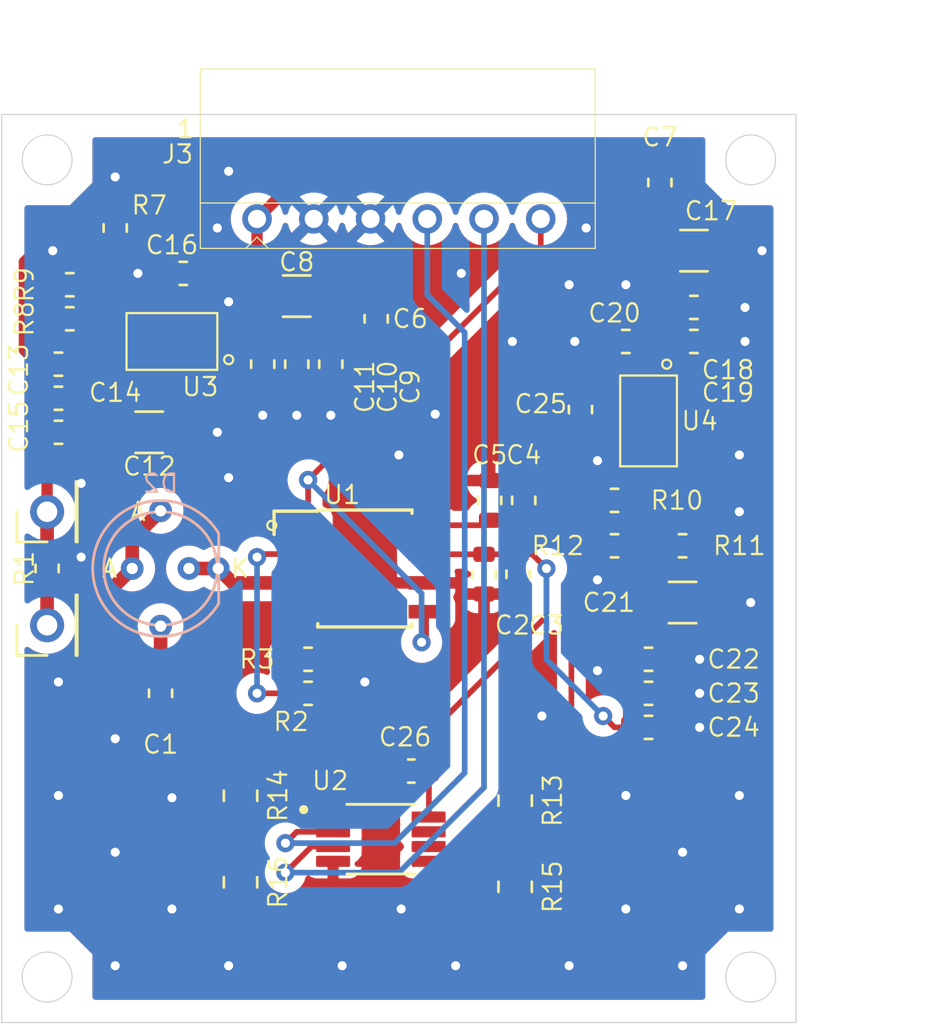
<source format=kicad_pcb>
(kicad_pcb (version 20221018) (generator pcbnew)
  (layers (0 "F.Cu" signal) (31 "B.Cu" signal) (34 "B.Paste" user) (35 "F.Paste" user) (36 "B.SilkS" user "B.Silkscreen") (37 "F.SilkS" user "F.Silkscreen") (38 "B.Mask" user) (39 "F.Mask" user) (44 "Edge.Cuts" user))
  (net 0 "")
  (net 1 "GND")
  (net 2 "CI")
  (net 3 "VIN")
  (net 4 "V_LED")
  (net 5 "5V")
  (net 6 "LED_K")
  (net 7 "EN")
  (net 8 "Net-(D1-PAD)")
  (net 9 "Net-(U3-BYP)")
  (net 10 "Net-(U4-BYP)")
  (net 11 "Net-(D1-A)")
  (net 12 "SDA")
  (net 13 "SCL")
  (net 14 "Net-(U1-AGND1)")
  (net 15 "Net-(U1-AGND2)")
  (net 16 "Net-(U3-ILIM)")
  (net 17 "Net-(U3-VADJ)")
  (net 18 "Net-(U4-ILIM)")
  (net 19 "Net-(U4-VADJ)")
  (net 20 "Net-(U2-HVC{slash}A0)")
  (footprint "Capacitor_SMD:C_0603_1608Metric" (layer "F.Cu") (at 123 117 90)
    (fp_text reference "C4" (at 2 0 180) (layer "F.SilkS") (effects (font (size 0.8 0.8) (thickness 0.1))))
    (fp_text value "1u")
    (pad "1" smd roundrect (at -0.875 0 90) (size 0.67 0.95) (layers "F.Cu" "F.Paste" "F.Mask") (net 2 "CI"))
    (pad "2" smd roundrect (at 0.875 0 90) (size 0.67 0.95) (layers "F.Cu" "F.Paste" "F.Mask") (net 1 "GND"))
  )
  (footprint "Capacitor_SMD:C_0603_1608Metric" (layer "F.Cu") (at 121.5 117 90)
    (fp_text reference "C5" (at 2 0 180) (layer "F.SilkS") (effects (font (size 0.8 0.8) (thickness 0.1))))
    (fp_text value "0.1u")
    (pad "1" smd roundrect (at -0.875 0 90) (size 0.67 0.95) (layers "F.Cu" "F.Paste" "F.Mask") (net 2 "CI"))
    (pad "2" smd roundrect (at 0.875 0 90) (size 0.67 0.95) (layers "F.Cu" "F.Paste" "F.Mask") (net 1 "GND"))
  )
  (footprint "Resistor_SMD:R_0603_1608Metric" (layer "F.Cu") (at 113.5 125.5 180)
    (fp_text reference "R2" (at 0.75 -1.25) (layer "F.SilkS") (effects (font (size 0.8 0.8) (thickness 0.1))))
    (fp_text value "10R")
    (pad "1" smd roundrect (at -0.7875 0 180) (size 0.875 0.95) (layers "F.Cu" "F.Paste" "F.Mask") (net 1 "GND"))
    (pad "2" smd roundrect (at 0.7875 0 180) (size 0.875 0.95) (layers "F.Cu" "F.Paste" "F.Mask") (net 14 "Net-(U1-AGND1)"))
  )
  (footprint "Resistor_SMD:R_0603_1608Metric" (layer "F.Cu") (at 113.5 124 180)
    (fp_text reference "R3" (at 2.25 0) (layer "F.SilkS") (effects (font (size 0.8 0.8) (thickness 0.1))))
    (fp_text value "10R")
    (pad "1" smd roundrect (at -0.7875 0 180) (size 0.875 0.95) (layers "F.Cu" "F.Paste" "F.Mask") (net 1 "GND"))
    (pad "2" smd roundrect (at 0.7875 0 180) (size 0.875 0.95) (layers "F.Cu" "F.Paste" "F.Mask") (net 15 "Net-(U1-AGND2)"))
  )
  (footprint "Package_SOIC:SOIC-8-1EP_3.9x4.9mm_P1.27mm" (layer "F.Cu") (at 116 120)
    (fp_text reference "U1" (at -1 -3.25) (layer "F.SilkS") (effects (font (size 0.8 0.8) (thickness 0.1))))
    (fp_text value "iC_HK_B")
    (pad "1" smd rect (at -2.7 -1.905) (size 1.55 0.6) (layers "F.Cu" "F.Paste" "F.Mask") (net 7 "EN"))
    (pad "2" smd rect (at -2.7 -0.635) (size 1.55 0.6) (layers "F.Cu" "F.Paste" "F.Mask") (net 14 "Net-(U1-AGND1)"))
    (pad "3" smd rect (at -2.7 0.635) (size 1.55 0.6) (layers "F.Cu" "F.Paste" "F.Mask") (net 6 "LED_K"))
    (pad "4" smd rect (at -2.7 1.905) (size 1.55 0.6) (layers "F.Cu" "F.Paste" "F.Mask") (net 15 "Net-(U1-AGND2)"))
    (pad "5" smd rect (at 2.7 1.905) (size 1.55 0.6) (layers "F.Cu" "F.Paste" "F.Mask") (net 7 "EN"))
    (pad "6" smd rect (at 2.7 0.635) (size 1.55 0.6) (layers "F.Cu" "F.Paste" "F.Mask") (net 1 "GND"))
    (pad "7" smd rect (at 2.7 -0.635) (size 1.55 0.6) (layers "F.Cu" "F.Paste" "F.Mask") (net 5 "5V"))
    (pad "8" smd rect (at 2.7 -1.905) (size 1.55 0.6) (layers "F.Cu" "F.Paste" "F.Mask") (net 2 "CI"))
    (pad "9" smd rect (at -0.5875 -0.5875) (size 1.175 1.175) (layers "F.Cu" "F.Paste" "F.Mask") (net 1 "GND"))
    (pad "9" smd rect (at -0.5875 0.5875) (size 1.175 1.175) (layers "F.Cu" "F.Paste" "F.Mask") (net 1 "GND"))
    (pad "9" smd rect (at 0.5875 -0.5875) (size 1.175 1.175) (layers "F.Cu" "F.Paste" "F.Mask") (net 1 "GND"))
    (pad "9" smd rect (at 0.5875 0.5875) (size 1.175 1.175) (layers "F.Cu" "F.Paste" "F.Mask") (net 1 "GND"))
  )
  (footprint "Pin_Headers:Pin_Header_Straight_1x01_Pitch2.54mm" (layer "F.Cu") (at 102 122.5 90)
    (fp_text reference "J2" hide)
    (fp_text value "Conn_01x01")
    (pad "1" thru_hole circle (at 0 0 90) (size 1.5 1.5) (drill 0.9) (layers "*.Cu" "*.Mask") (net 11 "Net-(D1-A)"))
  )
  (footprint "Resistor_SMD:R_0603_1608Metric" (layer "F.Cu") (at 102 120 90)
    (fp_text reference "R1" (at 0 -1 90) (layer "F.SilkS") (effects (font (size 0.8 0.8) (thickness 0.1))))
    (fp_text value "0R")
    (pad "1" smd roundrect (at -0.7875 0 90) (size 0.875 0.95) (layers "F.Cu" "F.Paste" "F.Mask") (net 11 "Net-(D1-A)"))
    (pad "2" smd roundrect (at 0.7875 0 90) (size 0.875 0.95) (layers "F.Cu" "F.Paste" "F.Mask") (net 4 "V_LED"))
  )
  (footprint "Pin_Headers:Pin_Header_Straight_1x01_Pitch2.54mm" (layer "F.Cu") (at 102 117.5 90)
    (fp_text reference "J1" hide)
    (fp_text value "Conn_01x01")
    (pad "1" thru_hole circle (at 0 0 90) (size 1.5 1.5) (drill 0.9) (layers "*.Cu" "*.Mask") (net 4 "V_LED"))
  )
  (footprint "Capacitor_SMD:C_0603_1608Metric" (layer "F.Cu") (at 121.25 120.25 -90)
    (fp_text reference "C2" (at 2.25 -1.25 180) (layer "F.SilkS") (effects (font (size 0.8 0.8) (thickness 0.1))))
    (fp_text value "1u")
    (pad "1" smd roundrect (at -0.875 0 270) (size 0.67 0.95) (layers "F.Cu" "F.Paste" "F.Mask") (net 5 "5V"))
    (pad "2" smd roundrect (at 0.875 0 270) (size 0.67 0.95) (layers "F.Cu" "F.Paste" "F.Mask") (net 1 "GND"))
  )
  (footprint "Capacitor_SMD:C_0603_1608Metric" (layer "F.Cu") (at 122.75 120.25 -90)
    (fp_text reference "C3" (at 2.25 -1.25 180) (layer "F.SilkS") (effects (font (size 0.8 0.8) (thickness 0.1))))
    (fp_text value "0.1u")
    (pad "1" smd roundrect (at -0.875 0 270) (size 0.67 0.95) (layers "F.Cu" "F.Paste" "F.Mask") (net 5 "5V"))
    (pad "2" smd roundrect (at 0.875 0 270) (size 0.67 0.95) (layers "F.Cu" "F.Paste" "F.Mask") (net 1 "GND"))
  )
  (footprint "Capacitor_SMD:C_0603_1608Metric" (layer "F.Cu") (at 107 125.5 90)
    (fp_text reference "C1" (at -2.25 0 180) (layer "F.SilkS") (effects (font (size 0.8 0.8) (thickness 0.1))))
    (fp_text value "C")
    (pad "1" smd roundrect (at -0.875 0 90) (size 0.67 0.95) (layers "F.Cu" "F.Paste" "F.Mask") (net 1 "GND"))
    (pad "2" smd roundrect (at 0.875 0 90) (size 0.67 0.95) (layers "F.Cu" "F.Paste" "F.Mask") (net 8 "Net-(D1-PAD)"))
  )
  (footprint "Wiki:5268-06A" (layer "F.Cu") (at 111.25 104.6)
    (fp_text reference "J3" (at -3.5 -2.85) (layer "F.SilkS") (effects (font (size 0.8 0.8) (thickness 0.1))))
    (fp_text value "Conn_01x06")
    (fp_text user "1" (at -3.6 -3.5 unlocked) (layer "F.SilkS") (effects (font (size 0.8 0.8) (thickness 0.1)) (justify left bottom)))
    (pad "1" thru_hole circle (at 0 0) (size 1.3 1.3) (drill 0.8) (layers "*.Cu" "*.Mask") (net 3 "VIN"))
    (pad "2" thru_hole circle (at 2.5 0) (size 1.3 1.3) (drill 0.8) (layers "*.Cu" "*.Mask") (net 1 "GND"))
    (pad "3" thru_hole circle (at 5 0) (size 1.3 1.3) (drill 0.8) (layers "*.Cu" "*.Mask") (net 1 "GND"))
    (pad "4" thru_hole circle (at 7.5 0) (size 1.3 1.3) (drill 0.8) (layers "*.Cu" "*.Mask") (net 13 "SCL"))
    (pad "5" thru_hole circle (at 10 0) (size 1.3 1.3) (drill 0.8) (layers "*.Cu" "*.Mask") (net 12 "SDA"))
    (pad "6" thru_hole circle (at 12.5 0) (size 1.3 1.3) (drill 0.8) (layers "*.Cu" "*.Mask") (net 7 "EN"))
  )
  (footprint "Capacitor_SMD:C_1206_3216Metric" (layer "F.Cu") (at 113 108)
    (fp_text reference "C8" (at 0 -1.5) (layer "F.SilkS") (effects (font (size 0.8 0.8) (thickness 0.1))))
    (fp_text value "10u")
    (pad "1" smd roundrect (at -1.4 0) (size 1.25 1.75) (layers "F.Cu" "F.Paste" "F.Mask") (roundrect_rratio 0.2) (net 3 "VIN"))
    (pad "2" smd roundrect (at 1.4 0) (size 1.25 1.75) (layers "F.Cu" "F.Paste" "F.Mask") (roundrect_rratio 0.2) (net 1 "GND"))
  )
  (footprint "Capacitor_SMD:C_0603_1608Metric" (layer "F.Cu") (at 113 111 -90)
    (fp_text reference "C10" (at 1 -4 90) (layer "F.SilkS") (effects (font (size 0.8 0.8) (thickness 0.1))))
    (fp_text value "0.1u")
    (pad "1" smd roundrect (at -0.875 0 270) (size 0.67 0.95) (layers "F.Cu" "F.Paste" "F.Mask") (net 3 "VIN"))
    (pad "2" smd roundrect (at 0.875 0 270) (size 0.67 0.95) (layers "F.Cu" "F.Paste" "F.Mask") (net 1 "GND"))
  )
  (footprint "Capacitor_SMD:C_0603_1608Metric" (layer "F.Cu") (at 111.5 111 -90)
    (fp_text reference "C11" (at 1 -4.5 90) (layer "F.SilkS") (effects (font (size 0.8 0.8) (thickness 0.1))))
    (fp_text value "0.1u")
    (pad "1" smd roundrect (at -0.875 0 270) (size 0.67 0.95) (layers "F.Cu" "F.Paste" "F.Mask") (net 3 "VIN"))
    (pad "2" smd roundrect (at 0.875 0 270) (size 0.67 0.95) (layers "F.Cu" "F.Paste" "F.Mask") (net 1 "GND"))
  )
  (footprint "Capacitor_SMD:C_0603_1608Metric" (layer "F.Cu") (at 102.5 111 180)
    (fp_text reference "C13" (at 1.75 -0.25 90) (layer "F.SilkS") (effects (font (size 0.8 0.8) (thickness 0.1))))
    (fp_text value "1u")
    (pad "1" smd roundrect (at -0.875 0 180) (size 0.67 0.95) (layers "F.Cu" "F.Paste" "F.Mask") (net 4 "V_LED"))
    (pad "2" smd roundrect (at 0.875 0 180) (size 0.67 0.95) (layers "F.Cu" "F.Paste" "F.Mask") (net 1 "GND"))
  )
  (footprint "Capacitor_SMD:C_0603_1608Metric" (layer "F.Cu") (at 102.5 112.5 180)
    (fp_text reference "C14" (at -2.5 0.25) (layer "F.SilkS") (effects (font (size 0.8 0.8) (thickness 0.1))))
    (fp_text value "0.1u")
    (pad "1" smd roundrect (at -0.875 0 180) (size 0.67 0.95) (layers "F.Cu" "F.Paste" "F.Mask") (net 4 "V_LED"))
    (pad "2" smd roundrect (at 0.875 0 180) (size 0.67 0.95) (layers "F.Cu" "F.Paste" "F.Mask") (net 1 "GND"))
  )
  (footprint "Capacitor_SMD:C_0603_1608Metric" (layer "F.Cu") (at 102.5 114 180)
    (fp_text reference "C15" (at 1.75 0.25 270) (layer "F.SilkS") (effects (font (size 0.8 0.8) (thickness 0.1))))
    (fp_text value "0.1u")
    (pad "1" smd roundrect (at -0.875 0 180) (size 0.67 0.95) (layers "F.Cu" "F.Paste" "F.Mask") (net 4 "V_LED"))
    (pad "2" smd roundrect (at 0.875 0 180) (size 0.67 0.95) (layers "F.Cu" "F.Paste" "F.Mask") (net 1 "GND"))
  )
  (footprint "Capacitor_SMD:C_1206_3216Metric" (layer "F.Cu") (at 130.5 106)
    (fp_text reference "C17" (at 0.75 -1.75) (layer "F.SilkS") (effects (font (size 0.8 0.8) (thickness 0.1))))
    (fp_text value "10u")
    (pad "1" smd roundrect (at -1.4 0) (size 1.25 1.75) (layers "F.Cu" "F.Paste" "F.Mask") (roundrect_rratio 0.2) (net 3 "VIN"))
    (pad "2" smd roundrect (at 1.4 0) (size 1.25 1.75) (layers "F.Cu" "F.Paste" "F.Mask") (roundrect_rratio 0.2) (net 1 "GND"))
  )
  (footprint "Capacitor_SMD:C_0603_1608Metric" (layer "F.Cu") (at 127.5 110 180)
    (fp_text reference "C20" (at 0.5 1.25) (layer "F.SilkS") (effects (font (size 0.8 0.8) (thickness 0.1))))
    (fp_text value "0.1u")
    (pad "1" smd roundrect (at -0.875 0 180) (size 0.67 0.95) (layers "F.Cu" "F.Paste" "F.Mask") (net 3 "VIN"))
    (pad "2" smd roundrect (at 0.875 0 180) (size 0.67 0.95) (layers "F.Cu" "F.Paste" "F.Mask") (net 1 "GND"))
  )
  (footprint "Capacitor_SMD:C_1206_3216Metric" (layer "F.Cu") (at 130 121.5)
    (fp_text reference "C21" (at -3.25 0) (layer "F.SilkS") (effects (font (size 0.8 0.8) (thickness 0.1))))
    (fp_text value "10u")
    (pad "1" smd roundrect (at -1.4 0) (size 1.25 1.75) (layers "F.Cu" "F.Paste" "F.Mask") (roundrect_rratio 0.2) (net 5 "5V"))
    (pad "2" smd roundrect (at 1.4 0) (size 1.25 1.75) (layers "F.Cu" "F.Paste" "F.Mask") (roundrect_rratio 0.2) (net 1 "GND"))
  )
  (footprint "Capacitor_SMD:C_0603_1608Metric" (layer "F.Cu") (at 128.5 124)
    (fp_text reference "C22" (at 3.75 0) (layer "F.SilkS") (effects (font (size 0.8 0.8) (thickness 0.1))))
    (fp_text value "1u")
    (pad "1" smd roundrect (at -0.875 0) (size 0.67 0.95) (layers "F.Cu" "F.Paste" "F.Mask") (net 5 "5V"))
    (pad "2" smd roundrect (at 0.875 0) (size 0.67 0.95) (layers "F.Cu" "F.Paste" "F.Mask") (net 1 "GND"))
  )
  (footprint "Capacitor_SMD:C_0603_1608Metric" (layer "F.Cu") (at 128.5 125.5)
    (fp_text reference "C23" (at 3.75 0) (layer "F.SilkS") (effects (font (size 0.8 0.8) (thickness 0.1))))
    (fp_text value "0.1u")
    (pad "1" smd roundrect (at -0.875 0) (size 0.67 0.95) (layers "F.Cu" "F.Paste" "F.Mask") (net 5 "5V"))
    (pad "2" smd roundrect (at 0.875 0) (size 0.67 0.95) (layers "F.Cu" "F.Paste" "F.Mask") (net 1 "GND"))
  )
  (footprint "Capacitor_SMD:C_0603_1608Metric" (layer "F.Cu") (at 125.5 113 -90)
    (fp_text reference "C25" (at -0.25 1.75 180) (layer "F.SilkS") (effects (font (size 0.8 0.8) (thickness 0.1))))
    (fp_text value "100n")
    (pad "1" smd roundrect (at -0.875 0 270) (size 0.67 0.95) (layers "F.Cu" "F.Paste" "F.Mask") (net 10 "Net-(U4-BYP)"))
    (pad "2" smd roundrect (at 0.875 0 270) (size 0.67 0.95) (layers "F.Cu" "F.Paste" "F.Mask") (net 1 "GND"))
  )
  (footprint "Resistor_SMD:R_0603_1608Metric" (layer "F.Cu") (at 127 117)
    (fp_text reference "R10" (at 2.75 0) (layer "F.SilkS") (effects (font (size 0.8 0.8) (thickness 0.1))))
    (fp_text value "200K")
    (pad "1" smd roundrect (at -0.7875 0) (size 0.875 0.95) (layers "F.Cu" "F.Paste" "F.Mask") (net 1 "GND"))
    (pad "2" smd roundrect (at 0.7875 0) (size 0.875 0.95) (layers "F.Cu" "F.Paste" "F.Mask") (net 18 "Net-(U4-ILIM)"))
  )
  (footprint "Wiki:TDFN-8(ON semi)" (layer "F.Cu") (at 128.5 113.5 -90)
    (fp_text reference "U4" (at 0 -2.25 180) (layer "F.SilkS") (effects (font (size 0.8 0.8) (thickness 0.1))))
    (fp_text value "CAT6201")
    (pad "1" smd rect (at -1.36 -0.78 270) (size 0.68 0.3) (layers "F.Cu" "F.Paste" "F.Mask") (net 3 "VIN"))
    (pad "2" smd rect (at -1.36 -0.28 270) (size 0.68 0.3) (layers "F.Cu" "F.Paste" "F.Mask"))
    (pad "3" smd rect (at -1.36 0.22 270) (size 0.68 0.3) (layers "F.Cu" "F.Paste" "F.Mask") (net 3 "VIN"))
    (pad "4" smd rect (at -1.36 0.72 270) (size 0.68 0.3) (layers "F.Cu" "F.Paste" "F.Mask") (net 10 "Net-(U4-BYP)"))
    (pad "5" smd rect (at 1.36 0.72 270) (size 0.68 0.3) (layers "F.Cu" "F.Paste" "F.Mask") (net 1 "GND"))
    (pad "6" smd rect (at 1.36 0.22 270) (size 0.68 0.3) (layers "F.Cu" "F.Paste" "F.Mask") (net 18 "Net-(U4-ILIM)"))
    (pad "7" smd rect (at 1.36 -0.28 270) (size 0.68 0.3) (layers "F.Cu" "F.Paste" "F.Mask") (net 19 "Net-(U4-VADJ)"))
    (pad "8" smd rect (at 1.36 -0.78 270) (size 0.68 0.3) (layers "F.Cu" "F.Paste" "F.Mask") (net 5 "5V"))
    (pad "9" smd rect (at 0 0 270) (size 1.45 1.56) (layers "F.Cu" "F.Paste" "F.Mask") (net 1 "GND"))
  )
  (footprint "Capacitor_SMD:C_0603_1608Metric" (layer "F.Cu") (at 116.5 109 -90)
    (fp_text reference "C6" (at 0 -1.5 180) (layer "F.SilkS") (effects (font (size 0.8 0.8) (thickness 0.1))))
    (fp_text value "1u")
    (pad "1" smd roundrect (at -0.875 0 270) (size 0.67 0.95) (layers "F.Cu" "F.Paste" "F.Mask") (net 1 "GND"))
    (pad "2" smd roundrect (at 0.875 0 270) (size 0.67 0.95) (layers "F.Cu" "F.Paste" "F.Mask") (net 3 "VIN"))
  )
  (footprint "Capacitor_SMD:C_0603_1608Metric" (layer "F.Cu") (at 129 103 -90)
    (fp_text reference "C7" (at -2 0 180) (layer "F.SilkS") (effects (font (size 0.8 0.8) (thickness 0.1))))
    (fp_text value "0.1u")
    (pad "1" smd roundrect (at -0.875 0 270) (size 0.67 0.95) (layers "F.Cu" "F.Paste" "F.Mask") (net 1 "GND"))
    (pad "2" smd roundrect (at 0.875 0 270) (size 0.67 0.95) (layers "F.Cu" "F.Paste" "F.Mask") (net 3 "VIN"))
  )
  (footprint "Capacitor_SMD:C_0603_1608Metric" (layer "F.Cu") (at 114.5 111 -90)
    (fp_text reference "C9" (at 1 -3.5 90) (layer "F.SilkS") (effects (font (size 0.8 0.8) (thickness 0.1))))
    (fp_text value "1u")
    (pad "1" smd roundrect (at -0.875 0 270) (size 0.67 0.95) (layers "F.Cu" "F.Paste" "F.Mask") (net 3 "VIN"))
    (pad "2" smd roundrect (at 0.875 0 270) (size 0.67 0.95) (layers "F.Cu" "F.Paste" "F.Mask") (net 1 "GND"))
  )
  (footprint "Capacitor_SMD:C_0603_1608Metric" (layer "F.Cu") (at 130.5 108.5)
    (fp_text reference "C18" (at 1.5 2.75) (layer "F.SilkS") (effects (font (size 0.8 0.8) (thickness 0.1))))
    (fp_text value "1u")
    (pad "1" smd roundrect (at -0.875 0) (size 0.67 0.95) (layers "F.Cu" "F.Paste" "F.Mask") (net 3 "VIN"))
    (pad "2" smd roundrect (at 0.875 0) (size 0.67 0.95) (layers "F.Cu" "F.Paste" "F.Mask") (net 1 "GND"))
  )
  (footprint "Capacitor_SMD:C_0603_1608Metric" (layer "F.Cu") (at 128.5 127)
    (fp_text reference "C24" (at 3.75 0) (layer "F.SilkS") (effects (font (size 0.8 0.8) (thickness 0.1))))
    (fp_text value "0.1u")
    (pad "1" smd roundrect (at -0.875 0) (size 0.67 0.95) (layers "F.Cu" "F.Paste" "F.Mask") (net 5 "5V"))
    (pad "2" smd roundrect (at 0.875 0) (size 0.67 0.95) (layers "F.Cu" "F.Paste" "F.Mask") (net 1 "GND"))
  )
  (footprint "Resistor_SMD:R_0603_1608Metric" (layer "F.Cu") (at 127 119)
    (fp_text reference "R12" (at -2.5 0) (layer "F.SilkS") (effects (font (size 0.8 0.8) (thickness 0.1))))
    (fp_text value "1.2K")
    (pad "1" smd roundrect (at -0.7875 0) (size 0.875 0.95) (layers "F.Cu" "F.Paste" "F.Mask") (net 1 "GND"))
    (pad "2" smd roundrect (at 0.7875 0) (size 0.875 0.95) (layers "F.Cu" "F.Paste" "F.Mask") (net 19 "Net-(U4-VADJ)"))
  )
  (footprint "Resistor_SMD:R_0603_1608Metric" (layer "F.Cu") (at 130 119)
    (fp_text reference "R11" (at 2.5 0) (layer "F.SilkS") (effects (font (size 0.8 0.8) (thickness 0.1))))
    (fp_text value "3.6K")
    (pad "1" smd roundrect (at -0.7875 0) (size 0.875 0.95) (layers "F.Cu" "F.Paste" "F.Mask") (net 19 "Net-(U4-VADJ)"))
    (pad "2" smd roundrect (at 0.7875 0) (size 0.875 0.95) (layers "F.Cu" "F.Paste" "F.Mask") (net 5 "5V"))
  )
  (footprint "Capacitor_SMD:C_0603_1608Metric" (layer "F.Cu") (at 130.5 110)
    (fp_text reference "C19" (at 1.5 2.25) (layer "F.SilkS") (effects (font (size 0.8 0.8) (thickness 0.1))))
    (fp_text value "0.1u")
    (pad "1" smd roundrect (at -0.875 0) (size 0.67 0.95) (layers "F.Cu" "F.Paste" "F.Mask") (net 3 "VIN"))
    (pad "2" smd roundrect (at 0.875 0) (size 0.67 0.95) (layers "F.Cu" "F.Paste" "F.Mask") (net 1 "GND"))
  )
  (footprint "Resistor_SMD:R_0603_1608Metric" (layer "F.Cu") (at 105 105 -90)
    (fp_text reference "R7" (at -1 -1.5 180) (layer "F.SilkS") (effects (font (size 0.8 0.8) (thickness 0.1))))
    (fp_text value "200K")
    (pad "1" smd roundrect (at -0.7875 0 270) (size 0.875 0.95) (layers "F.Cu" "F.Paste" "F.Mask") (net 1 "GND"))
    (pad "2" smd roundrect (at 0.7875 0 270) (size 0.875 0.95) (layers "F.Cu" "F.Paste" "F.Mask") (net 16 "Net-(U3-ILIM)"))
  )
  (footprint "Resistor_SMD:R_0603_1608Metric" (layer "F.Cu") (at 103 109 180)
    (fp_text reference "R8" (at 2 0 90) (layer "F.SilkS") (effects (font (size 0.8 0.8) (thickness 0.1))))
    (fp_text value "10K")
    (pad "1" smd roundrect (at -0.7875 0 180) (size 0.875 0.95) (layers "F.Cu" "F.Paste" "F.Mask") (net 17 "Net-(U3-VADJ)"))
    (pad "2" smd roundrect (at 0.7875 0 180) (size 0.875 0.95) (layers "F.Cu" "F.Paste" "F.Mask") (net 4 "V_LED"))
  )
  (footprint "Wiki:TDFN-8(ON semi)" (layer "F.Cu") (at 107.5 110 180)
    (fp_text reference "U3" (at -1.25 -2) (layer "F.SilkS") (effects (font (size 0.8 0.8) (thickness 0.1))))
    (fp_text value "CAT6201")
    (pad "1" smd rect (at -1.36 -0.78 180) (size 0.68 0.3) (layers "F.Cu" "F.Paste" "F.Mask") (net 3 "VIN"))
    (pad "2" smd rect (at -1.36 -0.28 180) (size 0.68 0.3) (layers "F.Cu" "F.Paste" "F.Mask"))
    (pad "3" smd rect (at -1.36 0.22 180) (size 0.68 0.3) (layers "F.Cu" "F.Paste" "F.Mask") (net 3 "VIN"))
    (pad "4" smd rect (at -1.36 0.72 180) (size 0.68 0.3) (layers "F.Cu" "F.Paste" "F.Mask") (net 9 "Net-(U3-BYP)"))
    (pad "5" smd rect (at 1.36 0.72 180) (size 0.68 0.3) (layers "F.Cu" "F.Paste" "F.Mask") (net 1 "GND"))
    (pad "6" smd rect (at 1.36 0.22 180) (size 0.68 0.3) (layers "F.Cu" "F.Paste" "F.Mask") (net 16 "Net-(U3-ILIM)"))
    (pad "7" smd rect (at 1.36 -0.28 180) (size 0.68 0.3) (layers "F.Cu" "F.Paste" "F.Mask") (net 17 "Net-(U3-VADJ)"))
    (pad "8" smd rect (at 1.36 -0.78 180) (size 0.68 0.3) (layers "F.Cu" "F.Paste" "F.Mask") (net 4 "V_LED"))
    (pad "9" smd rect (at 0 0 180) (size 1.45 1.56) (layers "F.Cu" "F.Paste" "F.Mask") (net 1 "GND"))
  )
  (footprint "Resistor_SMD:R_0603_1608Metric" (layer "F.Cu") (at 103 107.5)
    (fp_text reference "R9" (at -2 0 90) (layer "F.SilkS") (effects (font (size 0.8 0.8) (thickness 0.1))))
    (fp_text value "1.3K")
    (pad "1" smd roundrect (at -0.7875 0) (size 0.875 0.95) (layers "F.Cu" "F.Paste" "F.Mask") (net 1 "GND"))
    (pad "2" smd roundrect (at 0.7875 0) (size 0.875 0.95) (layers "F.Cu" "F.Paste" "F.Mask") (net 17 "Net-(U3-VADJ)"))
  )
  (footprint "Capacitor_SMD:C_1206_3216Metric" (layer "F.Cu") (at 106.5 114)
    (fp_text reference "C12" (at 0 1.5) (layer "F.SilkS") (effects (font (size 0.8 0.8) (thickness 0.1))))
    (fp_text value "10u")
    (pad "1" smd roundrect (at -1.4 0) (size 1.25 1.75) (layers "F.Cu" "F.Paste" "F.Mask") (roundrect_rratio 0.2) (net 4 "V_LED"))
    (pad "2" smd roundrect (at 1.4 0) (size 1.25 1.75) (layers "F.Cu" "F.Paste" "F.Mask") (roundrect_rratio 0.2) (net 1 "GND"))
  )
  (footprint "Capacitor_SMD:C_0603_1608Metric" (layer "F.Cu") (at 108 107 180)
    (fp_text reference "C16" (at 0.5 1.25) (layer "F.SilkS") (effects (font (size 0.8 0.8) (thickness 0.1))))
    (fp_text value "100n")
    (pad "1" smd roundrect (at -0.875 0 180) (size 0.67 0.95) (layers "F.Cu" "F.Paste" "F.Mask") (net 9 "Net-(U3-BYP)"))
    (pad "2" smd roundrect (at 0.875 0 180) (size 0.67 0.95) (layers "F.Cu" "F.Paste" "F.Mask") (net 1 "GND"))
  )
  (footprint "Resistor_SMD:R_0805_2012Metric" (layer "F.Cu") (at 122.6225 130.225 -90)
    (fp_text reference "R13" (at 0 -1.65 90) (layer "F.SilkS") (effects (font (size 0.8 0.8) (thickness 0.1))))
    (fp_text value "15K")
    (pad "1" smd roundrect (at -0.9125 0 270) (size 1.025 1.4) (layers "F.Cu" "F.Paste" "F.Mask") (roundrect_rratio 0.243902) (net 5 "5V"))
    (pad "2" smd roundrect (at 0.9125 0 270) (size 1.025 1.4) (layers "F.Cu" "F.Paste" "F.Mask") (roundrect_rratio 0.243902) (net 2 "CI"))
  )
  (footprint "Resistor_SMD:R_0805_2012Metric" (layer "F.Cu") (at 122.6225 134.025 -90)
    (fp_text reference "R15" (at 0 -1.65 90) (layer "F.SilkS") (effects (font (size 0.8 0.8) (thickness 0.1))))
    (fp_text value "10K")
    (pad "1" smd roundrect (at -0.9125 0 270) (size 1.025 1.4) (layers "F.Cu" "F.Paste" "F.Mask") (roundrect_rratio 0.243902) (net 2 "CI"))
    (pad "2" smd roundrect (at 0.9125 0 270) (size 1.025 1.4) (layers "F.Cu" "F.Paste" "F.Mask") (roundrect_rratio 0.243902) (net 1 "GND"))
  )
  (footprint "Resistor_SMD:R_0805_2012Metric" (layer "F.Cu") (at 110.5225 133.825 -90)
    (fp_text reference "R16" (at 0 -1.65 90) (layer "F.SilkS") (effects (font (size 0.8 0.8) (thickness 0.1))))
    (fp_text value "1K")
    (pad "1" smd roundrect (at -0.9125 0 270) (size 1.025 1.4) (layers "F.Cu" "F.Paste" "F.Mask") (roundrect_rratio 0.243902) (net 20 "Net-(U2-HVC{slash}A0)"))
    (pad "2" smd roundrect (at 0.9125 0 270) (size 1.025 1.4) (layers "F.Cu" "F.Paste" "F.Mask") (roundrect_rratio 0.243902) (net 1 "GND"))
  )
  (footprint "MCP4551-103E_MS:SOP65P490X110-8N" (layer "F.Cu") (at 116.705 131.925)
    (fp_text reference "U2" (at -2.2325 -2.575) (layer "F.SilkS") (effects (font (size 0.8 0.8) (thickness 0.1))))
    (fp_text value "MCP4551-103E/MS")
    (pad "1" smd roundrect (at -2.105 -0.975) (size 1.5 0.49) (layers "F.Cu" "F.Paste" "F.Mask") (roundrect_rratio 0.12) (net 20 "Net-(U2-HVC{slash}A0)"))
    (pad "2" smd roundrect (at -2.105 -0.325) (size 1.5 0.49) (layers "F.Cu" "F.Paste" "F.Mask") (roundrect_rratio 0.12) (net 13 "SCL"))
    (pad "3" smd roundrect (at -2.105 0.325) (size 1.5 0.49) (layers "F.Cu" "F.Paste" "F.Mask") (roundrect_rratio 0.12) (net 12 "SDA"))
    (pad "4" smd roundrect (at -2.105 0.975) (size 1.5 0.49) (layers "F.Cu" "F.Paste" "F.Mask") (roundrect_rratio 0.12) (net 1 "GND"))
    (pad "5" smd roundrect (at 2.105 0.975 180) (size 1.5 0.49) (layers "F.Cu" "F.Paste" "F.Mask") (roundrect_rratio 0.12) (net 2 "CI"))
    (pad "6" smd roundrect (at 2.105 0.325 180) (size 1.5 0.49) (layers "F.Cu" "F.Paste" "F.Mask") (roundrect_rratio 0.12) (net 1 "GND"))
    (pad "7" smd roundrect (at 2.105 -0.325 180) (size 1.5 0.49) (layers "F.Cu" "F.Paste" "F.Mask") (roundrect_rratio 0.12))
    (pad "8" smd roundrect (at 2.105 -0.975 180) (size 1.5 0.49) (layers "F.Cu" "F.Paste" "F.Mask") (roundrect_rratio 0.12) (net 5 "5V"))
  )
  (footprint "Capacitor_SMD:C_0603_1608Metric" (layer "F.Cu") (at 118.0475 128.925 180)
    (fp_text reference "C26" (at 0.275 1.5) (layer "F.SilkS") (effects (font (size 0.8 0.8) (thickness 0.1))))
    (fp_text value "100n")
    (pad "1" smd roundrect (at -0.775 0 180) (size 0.9 0.95) (layers "F.Cu" "F.Paste" "F.Mask") (net 5 "5V"))
    (pad "2" smd roundrect (at 0.775 0 180) (size 0.9 0.95) (layers "F.Cu" "F.Paste" "F.Mask") (net 1 "GND"))
  )
  (footprint "Resistor_SMD:R_0805_2012Metric" (layer "F.Cu") (at 110.5225 130.0125 -90)
    (fp_text reference "R14" (at 0 -1.65 90) (layer "F.SilkS") (effects (font (size 0.8 0.8) (thickness 0.1))))
    (fp_text value "NA")
    (pad "1" smd roundrect (at -0.9125 0 270) (size 1.025 1.4) (layers "F.Cu" "F.Paste" "F.Mask") (roundrect_rratio 0.243902) (net 5 "5V"))
    (pad "2" smd roundrect (at 0.9125 0 270) (size 1.025 1.4) (layers "F.Cu" "F.Paste" "F.Mask") (roundrect_rratio 0.243902) (net 20 "Net-(U2-HVC{slash}A0)"))
  )
  (footprint "LED_THT:LED_D5.0mm" (layer "B.Cu") (at 107 120 180)
    (fp_text reference "D1" hide)
    (fp_text value "LED_PAD")
    (pad "1" thru_hole circle (at -2.54 0 180) (size 1 1) (drill 0.5) (layers "*.Cu" "*.Mask") (net 6 "LED_K"))
    (pad "2" thru_hole circle (at 0 2.54 180) (size 1 1) (drill 0.5) (layers "*.Cu" "*.Mask") (net 11 "Net-(D1-A)"))
    (pad "3" thru_hole circle (at 0 -2.54 180) (size 1 1) (drill 0.5) (layers "*.Cu" "*.Mask") (net 8 "Net-(D1-PAD)"))
  )
  (footprint "LED_THT:LED_D5.0mm" (layer "B.Cu") (at 107 120 180)
    (fp_text reference "D2" (at 0 3.75 180) (layer "B.SilkS") (effects (font (size 0.8 0.8) (thickness 0.1)) (justify mirror)))
    (fp_text value "LED")
    (pad "1" thru_hole circle (at -1.25 0 180) (size 1 1) (drill 0.5) (layers "*.Cu" "*.Mask") (net 6 "LED_K"))
    (pad "2" thru_hole circle (at 1.25 0 180) (size 1 1) (drill 0.5) (layers "*.Cu" "*.Mask") (net 11 "Net-(D1-A)"))
  )
  (gr_line (start 100 140) (end 100 100) (stroke (width 0.05)) (layer "Edge.Cuts"))
  (gr_circle (center 102 102) (end 103.1 102) (stroke (width 0.05)) (fill none) (layer "Edge.Cuts"))
  (gr_circle (center 133 102) (end 134.1 102) (stroke (width 0.05)) (fill none) (layer "Edge.Cuts"))
  (gr_circle (center 133 138) (end 134.1 138) (stroke (width 0.05)) (fill none) (layer "Edge.Cuts"))
  (gr_circle (center 102 138) (end 103.1 138) (stroke (width 0.05)) (fill none) (layer "Edge.Cuts"))
  (gr_line (start 135 100) (end 135 140) (stroke (width 0.05)) (layer "Edge.Cuts"))
  (gr_line (start 135 140) (end 100 140) (stroke (width 0.05)) (layer "Edge.Cuts"))
  (gr_line (start 100 100) (end 135 100) (stroke (width 0.05)) (layer "Edge.Cuts"))
  (gr_text "A" (at 104.75 120) (layer "F.SilkS") (effects (font (size 0.8 0.8) (thickness 0.1))))
  (gr_text "A" (at 106 117.5) (layer "F.SilkS") (effects (font (size 0.8 0.8) (thickness 0.1))))
  (gr_text "K" (at 110.5 120) (layer "F.SilkS") (effects (font (size 0.8 0.8) (thickness 0.1))))
  (segment (start 106.25 107) (end 107.125 107) (width 0.25) (layer "F.Cu") (net 1))
  (segment (start 116.434315 126) (end 116 125.565685) (width 0.25) (layer "F.Cu") (net 1))
  (segment (start 101.5 106) (end 102.25 106) (width 0.5) (layer "F.Cu") (net 1))
  (segment (start 127.78 114.86) (end 125.61 114.86) (width 0.25) (layer "F.Cu") (net 1))
  (segment (start 125.61 114.86) (end 125.5 114.75) (width 0.25) (layer "F.Cu") (net 1))
  (segment (start 101 110.375) (end 101 106.5) (width 0.5) (layer "F.Cu") (net 1))
  (segment (start 101 106.5) (end 101.5 106) (width 0.5) (layer "F.Cu") (net 1))
  (segment (start 106.14 109.28) (end 106.14 107.11) (width 0.25) (layer "F.Cu") (net 1))
  (segment (start 125.5 114.75) (end 125.5 113.875) (width 0.25) (layer "F.Cu") (net 1))
  (segment (start 101.625 111) (end 101 110.375) (width 0.5) (layer "F.Cu") (net 1))
  (segment (start 106.14 107.11) (end 106.25 107) (width 0.25) (layer "F.Cu") (net 1))
  (segment (start 116 125.565685) (end 116 125) (width 0.25) (layer "F.Cu") (net 1))
  (via (at 102.5 135) (size 0.8) (drill 0.4) (layers "F.Cu" "B.Cu") (net 1))
  (via (at 105 132.5) (size 0.8) (drill 0.4) (layers "F.Cu" "B.Cu") (net 1))
  (via (at 102.5 130) (size 0.8) (drill 0.4) (layers "F.Cu" "B.Cu") (net 1))
  (via (at 105 127.5) (size 0.8) (drill 0.4) (layers "F.Cu" "B.Cu") (net 1))
  (via (at 132.5 135) (size 0.8) (drill 0.4) (layers "F.Cu" "B.Cu") (net 1))
  (via (at 130 137.5) (size 0.8) (drill 0.4) (layers "F.Cu" "B.Cu") (net 1))
  (via (at 127.5 135) (size 0.8) (drill 0.4) (layers "F.Cu" "B.Cu") (net 1))
  (via (at 125 137.5) (size 0.8) (drill 0.4) (layers "F.Cu" "B.Cu") (net 1))
  (via (at 120 137.5) (size 0.8) (drill 0.4) (layers "F.Cu" "B.Cu") (net 1))
  (via (at 115 137.5) (size 0.8) (drill 0.4) (layers "F.Cu" "B.Cu") (net 1))
  (via (at 110 137.5) (size 0.8) (drill 0.4) (layers "F.Cu" "B.Cu") (net 1))
  (via (at 107.5 135) (size 0.8) (drill 0.4) (layers "F.Cu" "B.Cu") (net 1))
  (via (at 105 137.5) (size 0.8) (drill 0.4) (layers "F.Cu" "B.Cu") (net 1))
  (via (at 130 132.5) (size 0.8) (drill 0.4) (layers "F.Cu" "B.Cu") (net 1))
  (via (at 102.5 125) (size 0.8) (drill 0.4) (layers "F.Cu" "B.Cu") (net 1))
  (via (at 110 116) (size 0.8) (drill 0.4) (layers "F.Cu" "B.Cu") (net 1))
  (via (at 116 125) (size 0.8) (drill 0.4) (layers "F.Cu" "B.Cu") (net 1))
  (via (at 103.5 116.25) (size 0.8) (drill 0.4) (layers "F.Cu" "B.Cu") (net 1))
  (via (at 103.5 119.5) (size 0.8) (drill 0.4) (layers "F.Cu" "B.Cu") (net 1))
  (via (at 117.5 115) (size 0.8) (drill 0.4) (layers "F.Cu" "B.Cu") (net 1))
  (via (at 109.5 105) (size 0.8) (drill 0.4) (layers "F.Cu" "B.Cu") (net 1))
  (via (at 120.25 107) (size 0.8) (drill 0.4) (layers "F.Cu" "B.Cu") (net 1))
  (via (at 125.75 105) (size 0.8) (drill 0.4) (layers "F.Cu" "B.Cu") (net 1))
  (via (at 125 107.5) (size 0.8) (drill 0.4) (layers "F.Cu" "B.Cu") (net 1))
  (via (at 127.5 107.5) (size 0.8) (drill 0.4) (layers "F.Cu" "B.Cu") (net 1))
  (via (at 132.5 115) (size 0.8) (drill 0.4) (layers "F.Cu" "B.Cu") (net 1))
  (via (at 132.5 117.5) (size 0.8) (drill 0.4) (layers "F.Cu" "B.Cu") (net 1))
  (via (at 132.5 130) (size 0.8) (drill 0.4) (layers "F.Cu" "B.Cu") (net 1))
  (via (at 110 102.5) (size 0.8) (drill 0.4) (layers "F.Cu" "B.Cu") (net 1))
  (via (at 110 108.25) (size 0.8) (drill 0.4) (layers "F.Cu" "B.Cu") (net 1))
  (via (at 126.25 124.5) (size 0.8) (drill 0.4) (layers "F.Cu" "B.Cu") (net 1))
  (via (at 126.25 120.5) (size 0.8) (drill 0.4) (layers "F.Cu" "B.Cu") (net 1))
  (via (at 126.25 115.25) (size 0.8) (drill 0.4) (layers "F.Cu" "B.Cu") (net 1))
  (via (at 125.25 110) (size 0.8) (drill 0.4) (layers "F.Cu" "B.Cu") (net 1))
  (via (at 132.75 110) (size 0.8) (drill 0.4) (layers "F.Cu" "B.Cu") (net 1))
  (via (at 132.75 108.5) (size 0.8) (drill 0.4) (layers "F.Cu" "B.Cu") (net 1))
  (via (at 133.5 106) (size 0.8) (drill 0.4) (layers "F.Cu" "B.Cu") (net 1))
  (via (at 133 121.5) (size 0.8) (drill 0.4) (layers "F.Cu" "B.Cu") (net 1))
  (via (at 130.75 124) (size 0.8) (drill 0.4) (layers "F.Cu" "B.Cu") (net 1))
  (via (at 130.75 125.5) (size 0.8) (drill 0.4) (layers "F.Cu" "B.Cu") (net 1))
  (via (at 130.75 127) (size 0.8) (drill 0.4) (layers "F.Cu" "B.Cu") (net 1))
  (via (at 109.5 114) (size 0.8) (drill 0.4) (layers "F.Cu" "B.Cu") (net 1))
  (via (at 111.5 113.25) (size 0.8) (drill 0.4) (layers "F.Cu" "B.Cu") (net 1))
  (via (at 113 113.25) (size 0.8) (drill 0.4) (layers "F.Cu" "B.Cu") (net 1))
  (via (at 114.5 113.25) (size 0.8) (drill 0.4) (layers "F.Cu" "B.Cu") (net 1))
  (via (at 106 107) (size 0.8) (drill 0.4) (layers "F.Cu" "B.Cu") (net 1))
  (via (at 105 102.75) (size 0.8) (drill 0.4) (layers "F.Cu" "B.Cu") (net 1))
  (via (at 102.25 106) (size 0.8) (drill 0.4) (layers "F.Cu" "B.Cu") (net 1))
  (via (at 122.5 110) (size 0.8) (drill 0.4) (layers "F.Cu" "B.Cu") (net 1))
  (via (at 107.5 130.1) (size 0.8) (drill 0.4) (layers "F.Cu" "B.Cu") (net 1))
  (via (at 123.8 126.5) (size 0.8) (drill 0.4) (layers "F.Cu" "B.Cu") (net 1))
  (via (at 127.5 130) (size 0.8) (drill 0.4) (layers "F.Cu" "B.Cu") (net 1))
  (via (at 117.6 135) (size 0.8) (drill 0.4) (layers "F.Cu" "B.Cu") (net 1))
  (via (at 119.1 113.2) (size 0.8) (drill 0.4) (layers "F.Cu" "B.Cu") (net 1))
  (segment (start 122.6225 131.1375) (end 124.1625 131.1375) (width 0.25) (layer "F.Cu") (net 2))
  (segment (start 125.1 118.6) (end 124.375 117.875) (width 0.25) (layer "F.Cu") (net 2))
  (segment (start 118.7 118.095) (end 121.28 118.095) (width 0.25) (layer "F.Cu") (net 2))
  (segment (start 123 117.875) (end 121.5 117.875) (width 0.25) (layer "F.Cu") (net 2))
  (segment (start 125.1 130.2) (end 125.1 118.6) (width 0.25) (layer "F.Cu") (net 2))
  (segment (start 121.28 118.095) (end 121.5 117.875) (width 0.25) (layer "F.Cu") (net 2))
  (segment (start 122.6225 133.1125) (end 122.6225 131.1375) (width 0.25) (layer "F.Cu") (net 2))
  (segment (start 124.375 117.875) (end 123 117.875) (width 0.25) (layer "F.Cu") (net 2))
  (segment (start 118.81 132.9) (end 122.41 132.9) (width 0.25) (layer "F.Cu") (net 2))
  (segment (start 122.41 132.9) (end 122.6225 133.1125) (width 0.25) (layer "F.Cu") (net 2))
  (segment (start 124.1625 131.1375) (end 125.1 130.2) (width 0.25) (layer "F.Cu") (net 2))
  (segment (start 128.125 103) (end 129 103.875) (width 0.5) (layer "F.Cu") (net 3))
  (segment (start 111.6 108) (end 111.6 110.025) (width 0.5) (layer "F.Cu") (net 3))
  (segment (start 114.75 109.875) (end 114.5 110.125) (width 0.5) (layer "F.Cu") (net 3))
  (segment (start 129.625 106.525) (end 129.1 106) (width 0.5) (layer "F.Cu") (net 3))
  (segment (start 111.6 110.025) (end 111.5 110.125) (width 0.5) (layer "F.Cu") (net 3))
  (segment (start 128.28 110.095) (end 128.375 110) (width 0.25) (layer "F.Cu") (net 3))
  (segment (start 128.28 112.14) (end 128.28 110.095) (width 0.25) (layer "F.Cu") (net 3))
  (segment (start 108.86 110.78) (end 110.845 110.78) (width 0.25) (layer "F.Cu") (net 3))
  (segment (start 113 110.125) (end 114.5 110.125) (width 0.5) (layer "F.Cu") (net 3))
  (segment (start 111.25 104.6) (end 112.85 103) (width 0.5) (layer "F.Cu") (net 3))
  (segment (start 128.375 110) (end 129.625 110) (width 0.5) (layer "F.Cu") (net 3))
  (segment (start 129 105.9) (end 129.1 106) (width 0.5) (layer "F.Cu") (net 3))
  (segment (start 112.85 103) (end 128.125 103) (width 0.5) (layer "F.Cu") (net 3))
  (segment (start 110.845 110.78) (end 111.5 110.125) (width 0.25) (layer "F.Cu") (net 3))
  (segment (start 129 103.875) (end 129 105.9) (width 0.5) (layer "F.Cu") (net 3))
  (segment (start 111.25 107.65) (end 111.6 108) (width 0.5) (layer "F.Cu") (net 3))
  (segment (start 129.625 110) (end 129.625 108.5) (width 0.5) (layer "F.Cu") (net 3))
  (segment (start 111.5 110.125) (end 113 110.125) (width 0.5) (layer "F.Cu") (net 3))
  (segment (start 111.155 109.78) (end 111.5 110.125) (width 0.25) (layer "F.Cu") (net 3))
  (segment (start 108.86 109.78) (end 111.155 109.78) (width 0.25) (layer "F.Cu") (net 3))
  (segment (start 116.5 109.875) (end 114.75 109.875) (width 0.5) (layer "F.Cu") (net 3))
  (segment (start 129.28 110.345) (end 129.625 110) (width 0.25) (layer "F.Cu") (net 3))
  (segment (start 111.25 104.6) (end 111.25 107.65) (width 0.5) (layer "F.Cu") (net 3))
  (segment (start 129.625 108.5) (end 129.625 106.525) (width 0.5) (layer "F.Cu") (net 3))
  (segment (start 129.28 112.14) (end 129.28 110.345) (width 0.25) (layer "F.Cu") (net 3))
  (segment (start 103.595 110.78) (end 103.375 111) (width 0.25) (layer "F.Cu") (net 4))
  (segment (start 103.375 114) (end 103.375 112.5) (width 0.5) (layer "F.Cu") (net 4))
  (segment (start 106.14 110.78) (end 106.14 112.96) (width 0.25) (layer "F.Cu") (net 4))
  (segment (start 106.14 112.96) (end 105.1 114) (width 0.25) (layer "F.Cu") (net 4))
  (segment (start 102.2125 109.8375) (end 103.375 111) (width 0.5) (layer "F.Cu") (net 4))
  (segment (start 102.2125 109) (end 102.2125 109.8375) (width 0.5) (layer "F.Cu") (net 4))
  (segment (start 105.1 114) (end 103.375 114) (width 0.5) (layer "F.Cu") (net 4))
  (segment (start 102 117.5) (end 102 119.2125) (width 0.6) (layer "F.Cu") (net 4))
  (segment (start 102 115.375) (end 103.375 114) (width 0.5) (layer "F.Cu") (net 4))
  (segment (start 106.14 110.78) (end 103.595 110.78) (width 0.25) (layer "F.Cu") (net 4))
  (segment (start 102 117.5) (end 102 115.375) (width 0.5) (layer "F.Cu") (net 4))
  (segment (start 103.375 112.5) (end 103.375 111) (width 0.5) (layer "F.Cu") (net 4))
  (segment (start 127.625 127) (end 127 127) (width 0.25) (layer "F.Cu") (net 5))
  (segment (start 121.25 119.375) (end 118.71 119.375) (width 0.25) (layer "F.Cu") (net 5))
  (segment (start 127.625 125.5) (end 127.625 124) (width 0.5) (layer "F.Cu") (net 5))
  (segment (start 122.85 123.25) (end 118.8225 127.2775) (width 0.25) (layer "F.Cu") (net 5))
  (segment (start 130.7875 119.3125) (end 128.6 121.5) (width 0.5) (layer "F.Cu") (net 5))
  (segment (start 113.55 129.1) (end 110.5225 129.1) (width 0.25) (layer "F.Cu") (net 5))
  (segment (start 127 127) (end 126.5 126.5) (width 0.25) (layer "F.Cu") (net 5))
  (segment (start 129.28 117.4925) (end 130.7875 119) (width 0.25) (layer "F.Cu") (net 5))
  (segment (start 118.8225 128.925) (end 118.8225 130.9375) (width 0.25) (layer "F.Cu") (net 5))
  (segment (start 115.3725 127.2775) (end 113.55 129.1) (width 0.25) (layer "F.Cu") (net 5))
  (segment (start 118.8225 127.2775) (end 115.3725 127.2775) (width 0.25) (layer "F.Cu") (net 5))
  (segment (start 118.8225 127.2775) (end 118.8225 128.925) (width 0.25) (layer "F.Cu") (net 5))
  (segment (start 118.8225 130.9375) (end 118.81 130.95) (width 0.25) (layer "F.Cu") (net 5))
  (segment (start 127.625 122.475) (end 128.6 121.5) (width 0.5) (layer "F.Cu") (net 5))
  (segment (start 123.375 119.375) (end 124 120) (width 0.25) (layer "F.Cu") (net 5))
  (segment (start 129.28 114.86) (end 129.28 117.4925) (width 0.25) (layer "F.Cu") (net 5))
  (segment (start 122.6225 129.3125) (end 122.6225 123.4775) (width 0.25) (layer "F.Cu") (net 5))
  (segment (start 130.7875 119) (end 130.7875 119.3125) (width 0.5) (layer "F.Cu") (net 5))
  (segment (start 127.625 127) (end 127.625 125.5) (width 0.5) (layer "F.Cu") (net 5))
  (segment (start 122.75 119.375) (end 123.375 119.375) (width 0.25) (layer "F.Cu") (net 5))
  (segment (start 127.625 124) (end 127.625 122.475) (width 0.5) (layer "F.Cu") (net 5))
  (segment (start 118.71 119.375) (end 118.7 119.365) (width 0.25) (layer "F.Cu") (net 5))
  (segment (start 122.75 119.375) (end 121.25 119.375) (width 0.25) (layer "F.Cu") (net 5))
  (segment (start 124 122.1) (end 122.85 123.25) (width 0.25) (layer "F.Cu") (net 5))
  (segment (start 122.6225 123.4775) (end 122.85 123.25) (width 0.25) (layer "F.Cu") (net 5))
  (segment (start 124 120) (end 124 122.1) (width 0.25) (layer "F.Cu") (net 5))
  (via (at 124 120) (size 0.8) (drill 0.4) (layers "F.Cu" "B.Cu") (net 5))
  (via (at 126.5 126.5) (size 0.8) (drill 0.4) (layers "F.Cu" "B.Cu") (net 5))
  (segment (start 126.5 126.5) (end 124 124) (width 0.25) (layer "B.Cu") (net 5))
  (segment (start 124 120) (end 124 124) (width 0.25) (layer "B.Cu") (net 5))
  (segment (start 110.175 120.635) (end 109.54 120) (width 0.6) (layer "F.Cu") (net 6))
  (segment (start 113.3 120.635) (end 110.175 120.635) (width 0.6) (layer "F.Cu") (net 6))
  (segment (start 108.25 120) (end 109.54 120) (width 0.6) (layer "F.Cu") (net 6))
  (segment (start 123.75 105.85) (end 123.75 104.6) (width 0.25) (layer "F.Cu") (net 7))
  (segment (start 118.7 123.05) (end 118.5 123.25) (width 0.25) (layer "F.Cu") (net 7))
  (segment (start 113.5 116.1) (end 123.75 105.85) (width 0.25) (layer "F.Cu") (net 7))
  (segment (start 113.5 116.1) (end 113.5 117.895) (width 0.25) (layer "F.Cu") (net 7))
  (segment (start 118.7 121.905) (end 118.7 123.05) (width 0.25) (layer "F.Cu") (net 7))
  (segment (start 113.5 117.895) (end 113.3 118.095) (width 0.25) (layer "F.Cu") (net 7))
  (via (at 113.5 116.1) (size 0.8) (drill 0.4) (layers "F.Cu" "B.Cu") (net 7))
  (via (at 118.5 123.25) (size 0.8) (drill 0.4) (layers "F.Cu" "B.Cu") (net 7))
  (segment (start 118.5 123.25) (end 118.5 121.1) (width 0.25) (layer "B.Cu") (net 7))
  (segment (start 118.5 121.1) (end 113.5 116.1) (width 0.25) (layer "B.Cu") (net 7))
  (segment (start 107 122.54) (end 107 124.625) (width 0.6) (layer "F.Cu") (net 8))
  (segment (start 108.86 109.28) (end 108.86 107.015) (width 0.25) (layer "F.Cu") (net 9))
  (segment (start 108.86 107.015) (end 108.875 107) (width 0.25) (layer "F.Cu") (net 9))
  (segment (start 127.78 112.14) (end 125.515 112.14) (width 0.25) (layer "F.Cu") (net 10))
  (segment (start 125.515 112.14) (end 125.5 112.125) (width 0.25) (layer "F.Cu") (net 10))
  (segment (start 102 120.7875) (end 104.9625 120.7875) (width 0.6) (layer "F.Cu") (net 11))
  (segment (start 104.9625 120.7875) (end 105.75 120) (width 0.6) (layer "F.Cu") (net 11))
  (segment (start 105.75 120) (end 105.75 118.71) (width 0.6) (layer "F.Cu") (net 11))
  (segment (start 105.75 118.71) (end 107 117.46) (width 0.6) (layer "F.Cu") (net 11))
  (segment (start 102 120.7875) (end 102 122.5) (width 0.6) (layer "F.Cu") (net 11))
  (segment (start 114.6 132.25) (end 113.65 132.25) (width 0.25) (layer "F.Cu") (net 12))
  (segment (start 113.65 132.25) (end 112.5 133.4) (width 0.25) (layer "F.Cu") (net 12))
  (via (at 112.5 133.4) (size 0.8) (drill 0.4) (layers "F.Cu" "B.Cu") (net 12))
  (segment (start 117.5 133.4) (end 121.25 129.65) (width 0.25) (layer "B.Cu") (net 12))
  (segment (start 121.25 129.65) (end 121.25 104.6) (width 0.25) (layer "B.Cu") (net 12))
  (segment (start 112.5 133.4) (end 117.5 133.4) (width 0.25) (layer "B.Cu") (net 12))
  (segment (start 113 131.6) (end 112.5 132.1) (width 0.25) (layer "F.Cu") (net 13))
  (segment (start 114.6 131.6) (end 113 131.6) (width 0.25) (layer "F.Cu") (net 13))
  (via (at 112.5 132.1) (size 0.8) (drill 0.4) (layers "F.Cu" "B.Cu") (net 13))
  (segment (start 120.4 129) (end 120.4 109.6) (width 0.25) (layer "B.Cu") (net 13))
  (segment (start 112.5 132.1) (end 117.3 132.1) (width 0.25) (layer "B.Cu") (net 13))
  (segment (start 120.4 109.6) (end 118.75 107.95) (width 0.25) (layer "B.Cu") (net 13))
  (segment (start 118.75 107.95) (end 118.75 104.6) (width 0.25) (layer "B.Cu") (net 13))
  (segment (start 117.3 132.1) (end 120.4 129) (width 0.25) (layer "B.Cu") (net 13))
  (segment (start 111.385 119.365) (end 111.25 119.5) (width 0.25) (layer "F.Cu") (net 14))
  (segment (start 113.3 119.365) (end 111.385 119.365) (width 0.25) (layer "F.Cu") (net 14))
  (segment (start 111.25 125.5) (end 112.7125 125.5) (width 0.25) (layer "F.Cu") (net 14))
  (via (at 111.25 119.5) (size 0.8) (drill 0.4) (layers "F.Cu" "B.Cu") (net 14))
  (via (at 111.25 125.5) (size 0.8) (drill 0.4) (layers "F.Cu" "B.Cu") (net 14))
  (segment (start 111.25 119.5) (end 111.25 125.5) (width 0.25) (layer "B.Cu") (net 14))
  (segment (start 112.7125 122.4925) (end 113.3 121.905) (width 0.25) (layer "F.Cu") (net 15))
  (segment (start 112.7125 124) (end 112.7125 122.4925) (width 0.25) (layer "F.Cu") (net 15))
  (segment (start 105.55 109.78) (end 105 109.23) (width 0.25) (layer "F.Cu") (net 16))
  (segment (start 105 106.325) (end 105 105.7875) (width 0.25) (layer "F.Cu") (net 16))
  (segment (start 105 109.23) (end 105 106.325) (width 0.25) (layer "F.Cu") (net 16))
  (segment (start 106.14 109.78) (end 105.55 109.78) (width 0.25) (layer "F.Cu") (net 16))
  (segment (start 105.0675 110.28) (end 103.7875 109) (width 0.25) (layer "F.Cu") (net 17))
  (segment (start 103.7875 107.5) (end 103.7875 109) (width 0.25) (layer "F.Cu") (net 17))
  (segment (start 106.14 110.28) (end 105.0675 110.28) (width 0.25) (layer "F.Cu") (net 17))
  (segment (start 128.28 114.86) (end 128.28 116.5075) (width 0.25) (layer "F.Cu") (net 18))
  (segment (start 128.28 116.5075) (end 127.7875 117) (width 0.25) (layer "F.Cu") (net 18))
  (segment (start 128.78 114.86) (end 128.78 118.5675) (width 0.25) (layer "F.Cu") (net 19))
  (segment (start 128.78 118.5675) (end 129.2125 119) (width 0.25) (layer "F.Cu") (net 19))
  (segment (start 129.2125 119) (end 127.7875 119) (width 0.25) (layer "F.Cu") (net 19))
  (segment (start 114.575 130.925) (end 114.6 130.95) (width 0.25) (layer "F.Cu") (net 20))
  (segment (start 110.5225 132.9125) (end 110.5225 130.925) (width 0.25) (layer "F.Cu") (net 20))
  (segment (start 110.5225 130.925) (end 114.575 130.925) (width 0.25) (layer "F.Cu") (net 20))
  (zone (net 4) (net_name "V_LED") (layer "F.Cu") (connect_pads yes (clearance 0.49)) (min_thickness 0.254) (fill yes (thermal_gap 0.508) (thermal_bridge_width 0.508))
    (polygon (pts (xy 103.6 113.8) (xy 105.2 113.8) (xy 106.1 112.9) (xy 106.1 110.9) (xy 103.6 110.9)))
  )
  (zone (net 1) (net_name "GND") (layers "F&B.Cu") (priority 1) (connect_pads (clearance 0.508)) (min_thickness 0.254) (fill yes (thermal_gap 0.508) (thermal_bridge_width 0.508))
    (polygon (pts (xy 131 101) (xy 104 101) (xy 104 103) (xy 103 104) (xy 101 104) (xy 101 136) (xy 103 136) (xy 104 137) (xy 104 139) (xy 131 139) (xy 131 137) (xy 132 136) (xy 134 136) (xy 134 104) (xy 132 104) (xy 131 103)))
  )
)
</source>
